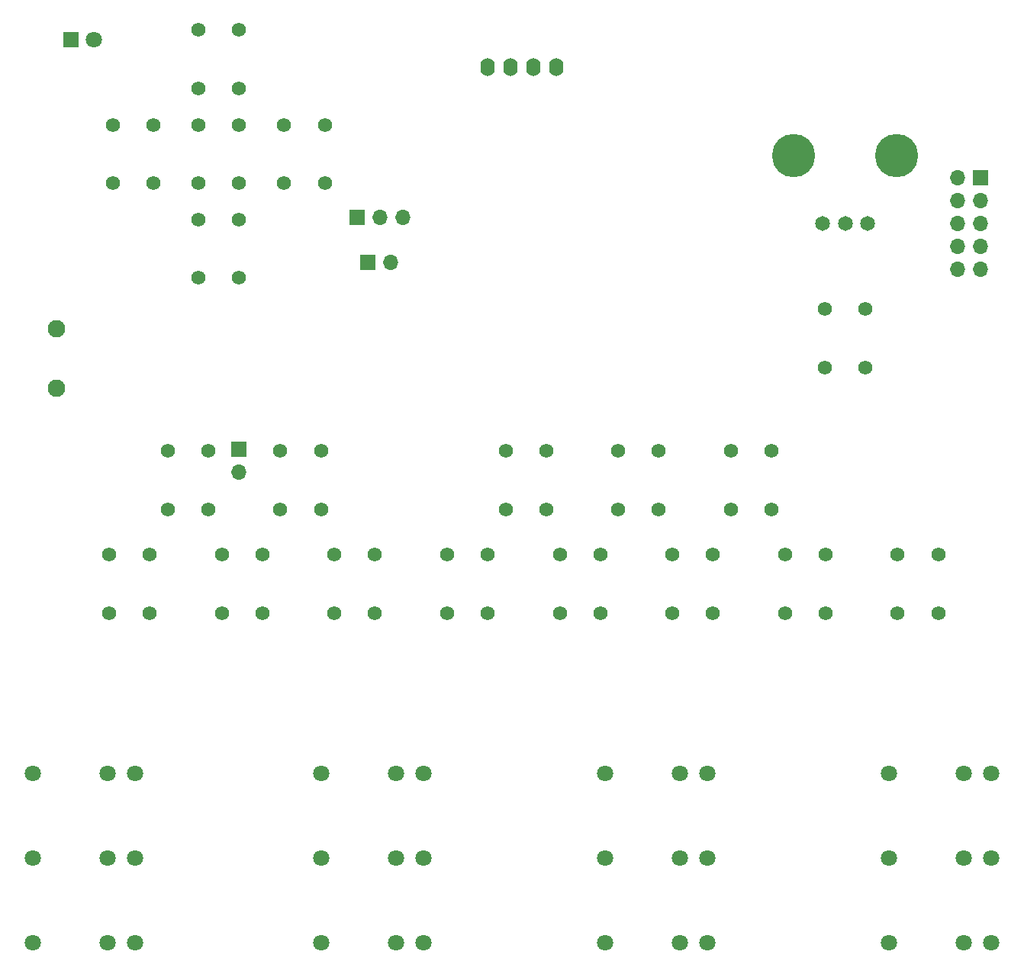
<source format=gbs>
G04 #@! TF.GenerationSoftware,KiCad,Pcbnew,(6.0.0)*
G04 #@! TF.CreationDate,2022-04-06T23:58:59+02:00*
G04 #@! TF.ProjectId,GenerativeEngine,47656e65-7261-4746-9976-65456e67696e,rev?*
G04 #@! TF.SameCoordinates,Original*
G04 #@! TF.FileFunction,Soldermask,Bot*
G04 #@! TF.FilePolarity,Negative*
%FSLAX46Y46*%
G04 Gerber Fmt 4.6, Leading zero omitted, Abs format (unit mm)*
G04 Created by KiCad (PCBNEW (6.0.0)) date 2022-04-06 23:58:59*
%MOMM*%
%LPD*%
G01*
G04 APERTURE LIST*
%ADD10C,1.575000*%
%ADD11C,1.800000*%
%ADD12C,1.950000*%
%ADD13R,1.800000X1.800000*%
%ADD14C,1.650000*%
%ADD15C,4.800000*%
%ADD16O,1.600000X2.000000*%
%ADD17R,1.700000X1.700000*%
%ADD18O,1.700000X1.700000*%
G04 APERTURE END LIST*
D10*
X109560400Y-108027400D03*
X109560400Y-114527400D03*
X114060400Y-108027400D03*
X114060400Y-114527400D03*
X66060900Y-96527400D03*
X66060900Y-103027400D03*
X70560900Y-96527400D03*
X70560900Y-103027400D03*
D11*
X144964200Y-141734400D03*
X141864200Y-141734400D03*
X133564200Y-141734400D03*
D10*
X59560900Y-108027400D03*
X59560900Y-114527400D03*
X64060900Y-108027400D03*
X64060900Y-114527400D03*
X56984200Y-49834400D03*
X56984200Y-56334400D03*
X61484200Y-49834400D03*
X61484200Y-56334400D03*
X66484200Y-60334400D03*
X66484200Y-66834400D03*
X70984200Y-60334400D03*
X70984200Y-66834400D03*
X72060900Y-108027400D03*
X72060900Y-114527400D03*
X76560900Y-108027400D03*
X76560900Y-114527400D03*
X47484200Y-60334400D03*
X47484200Y-66834400D03*
X51984200Y-60334400D03*
X51984200Y-66834400D03*
X84560900Y-108027400D03*
X84560900Y-114527400D03*
X89060900Y-108027400D03*
X89060900Y-114527400D03*
D11*
X49964200Y-151110800D03*
X46864200Y-151110800D03*
X38564200Y-151110800D03*
D12*
X41225400Y-82983800D03*
X41225400Y-89583800D03*
D10*
X91060900Y-96527400D03*
X91060900Y-103027400D03*
X95560900Y-96527400D03*
X95560900Y-103027400D03*
X134560400Y-108027400D03*
X134560400Y-114527400D03*
X139060400Y-108027400D03*
X139060400Y-114527400D03*
D11*
X81964200Y-132334400D03*
X78864200Y-132334400D03*
X70564200Y-132334400D03*
X49959200Y-132334400D03*
X46859200Y-132334400D03*
X38559200Y-132334400D03*
D13*
X42839200Y-50882400D03*
D11*
X45379200Y-50882400D03*
D10*
X122060400Y-108027400D03*
X122060400Y-114527400D03*
X126560400Y-108027400D03*
X126560400Y-114527400D03*
X116060900Y-96527400D03*
X116060900Y-103027400D03*
X120560900Y-96527400D03*
X120560900Y-103027400D03*
D11*
X113464200Y-132334400D03*
X110364200Y-132334400D03*
X102064200Y-132334400D03*
D10*
X53560900Y-96527400D03*
X53560900Y-103027400D03*
X58060900Y-96527400D03*
X58060900Y-103027400D03*
D11*
X113464200Y-141734400D03*
X110364200Y-141734400D03*
X102064200Y-141734400D03*
D10*
X56984200Y-70834400D03*
X56984200Y-77334400D03*
X61484200Y-70834400D03*
X61484200Y-77334400D03*
D11*
X113464200Y-151110800D03*
X110364200Y-151110800D03*
X102064200Y-151110800D03*
X144964200Y-151134400D03*
X141864200Y-151134400D03*
X133564200Y-151134400D03*
D14*
X126227000Y-71267500D03*
X131227000Y-71267500D03*
X128727000Y-71267500D03*
D15*
X134427000Y-63767500D03*
X123027000Y-63767500D03*
D16*
X89018600Y-53912200D03*
X91558600Y-53912200D03*
X94098600Y-53912200D03*
X96638600Y-53912200D03*
D11*
X144964200Y-132334400D03*
X141864200Y-132334400D03*
X133564200Y-132334400D03*
D10*
X97060900Y-108027400D03*
X97060900Y-114527400D03*
X101560900Y-108027400D03*
X101560900Y-114527400D03*
D11*
X81964200Y-151110800D03*
X78864200Y-151110800D03*
X70564200Y-151110800D03*
D10*
X126485328Y-80758410D03*
X126485328Y-87258410D03*
X130985328Y-80758410D03*
X130985328Y-87258410D03*
X47060900Y-108027400D03*
X47060900Y-114527400D03*
X51560900Y-108027400D03*
X51560900Y-114527400D03*
D11*
X81964200Y-141734400D03*
X78864200Y-141734400D03*
X70564200Y-141734400D03*
D10*
X56984200Y-60334400D03*
X56984200Y-66834400D03*
X61484200Y-60334400D03*
X61484200Y-66834400D03*
X103560900Y-96527400D03*
X103560900Y-103027400D03*
X108060900Y-96527400D03*
X108060900Y-103027400D03*
D11*
X49964200Y-141734400D03*
X46864200Y-141734400D03*
X38564200Y-141734400D03*
D17*
X61417200Y-96337200D03*
D18*
X61417200Y-98877200D03*
D17*
X74549000Y-70637400D03*
D18*
X77089000Y-70637400D03*
X79629000Y-70637400D03*
D17*
X143718200Y-66248200D03*
D18*
X141178200Y-66248200D03*
X143718200Y-68788200D03*
X141178200Y-68788200D03*
X143718200Y-71328200D03*
X141178200Y-71328200D03*
X143718200Y-73868200D03*
X141178200Y-73868200D03*
X143718200Y-76408200D03*
X141178200Y-76408200D03*
D17*
X75763200Y-75615800D03*
D18*
X78303200Y-75615800D03*
M02*

</source>
